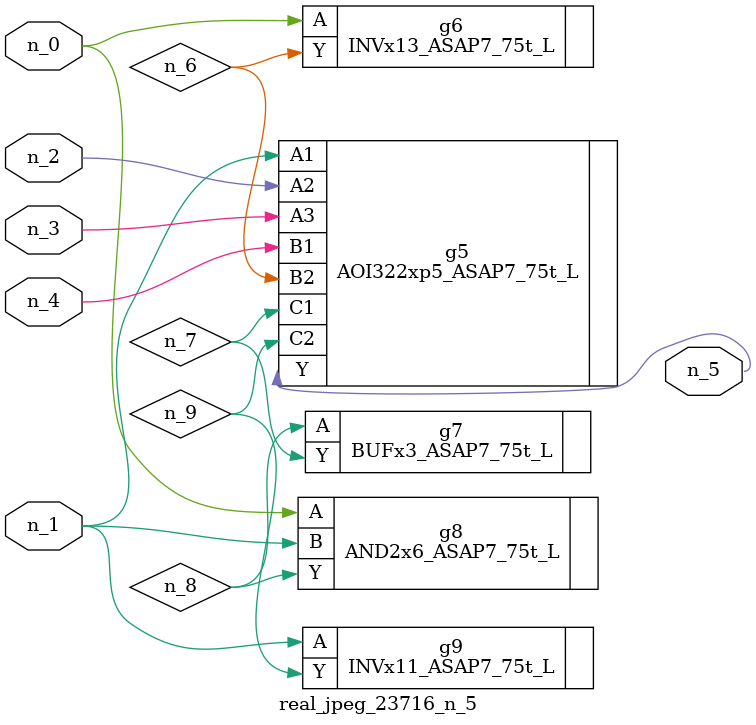
<source format=v>
module real_jpeg_23716_n_5 (n_4, n_0, n_1, n_2, n_3, n_5);

input n_4;
input n_0;
input n_1;
input n_2;
input n_3;

output n_5;

wire n_8;
wire n_6;
wire n_7;
wire n_9;

INVx13_ASAP7_75t_L g6 ( 
.A(n_0),
.Y(n_6)
);

AND2x6_ASAP7_75t_L g8 ( 
.A(n_0),
.B(n_1),
.Y(n_8)
);

AOI322xp5_ASAP7_75t_L g5 ( 
.A1(n_1),
.A2(n_2),
.A3(n_3),
.B1(n_4),
.B2(n_6),
.C1(n_7),
.C2(n_9),
.Y(n_5)
);

INVx11_ASAP7_75t_L g9 ( 
.A(n_1),
.Y(n_9)
);

BUFx3_ASAP7_75t_L g7 ( 
.A(n_8),
.Y(n_7)
);


endmodule
</source>
